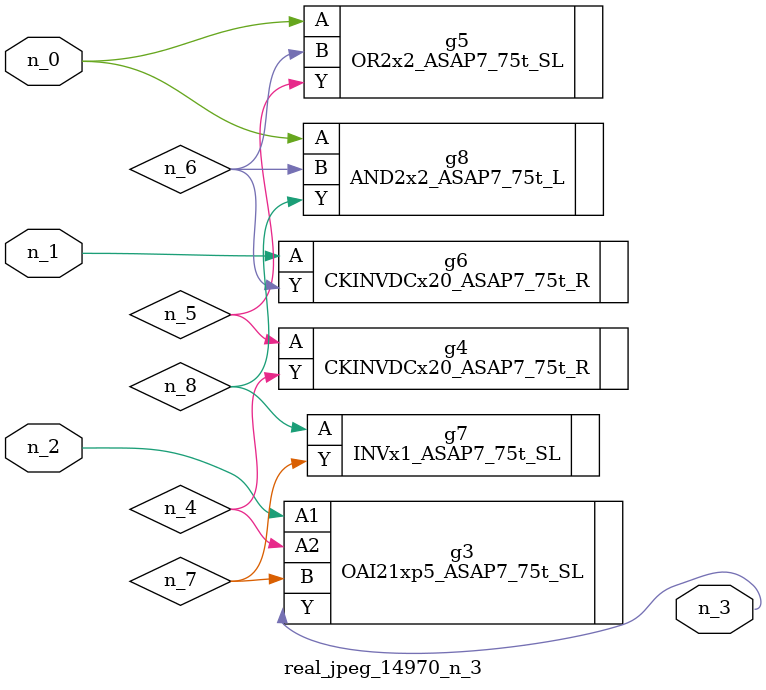
<source format=v>
module real_jpeg_14970_n_3 (n_1, n_0, n_2, n_3);

input n_1;
input n_0;
input n_2;

output n_3;

wire n_5;
wire n_4;
wire n_8;
wire n_6;
wire n_7;

OR2x2_ASAP7_75t_SL g5 ( 
.A(n_0),
.B(n_6),
.Y(n_5)
);

AND2x2_ASAP7_75t_L g8 ( 
.A(n_0),
.B(n_6),
.Y(n_8)
);

CKINVDCx20_ASAP7_75t_R g6 ( 
.A(n_1),
.Y(n_6)
);

OAI21xp5_ASAP7_75t_SL g3 ( 
.A1(n_2),
.A2(n_4),
.B(n_7),
.Y(n_3)
);

CKINVDCx20_ASAP7_75t_R g4 ( 
.A(n_5),
.Y(n_4)
);

INVx1_ASAP7_75t_SL g7 ( 
.A(n_8),
.Y(n_7)
);


endmodule
</source>
